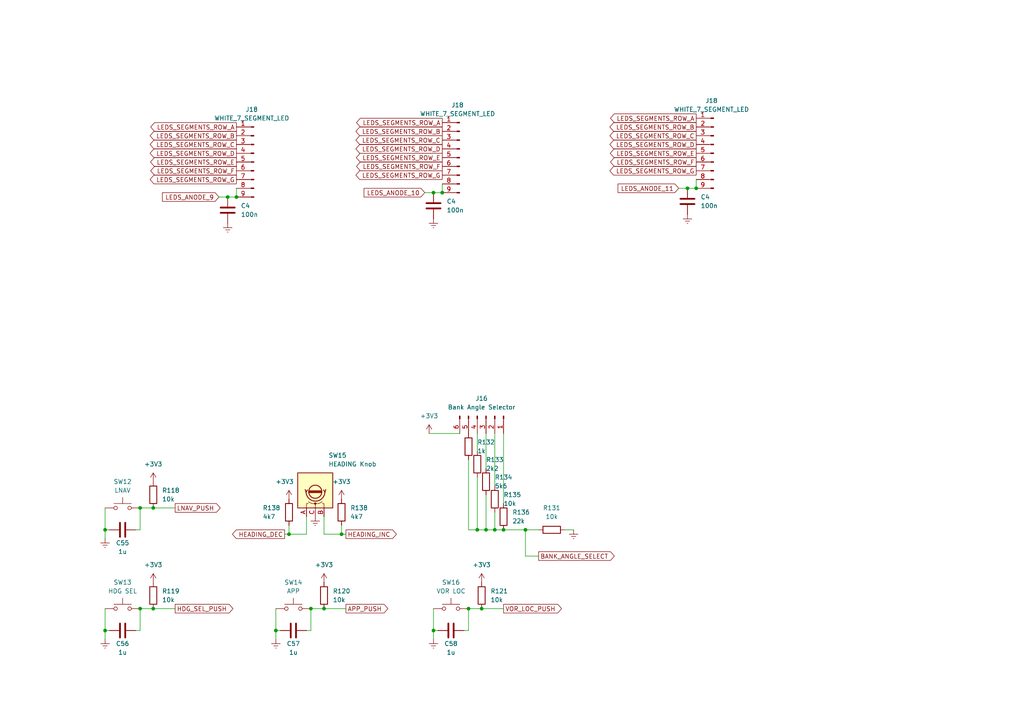
<source format=kicad_sch>
(kicad_sch (version 20230121) (generator eeschema)
  (paper "A4")
  (lib_symbols
    (symbol "Connector:Conn_01x06_Pin" (pin_names (offset 1.016) hide)
      (property "Reference" "J" (at 0 7.62 0))
      (property "Value" "Conn_01x06_Pin" (at 0 -10.16 0))
      (symbol "Conn_01x06_Pin_1_1"
        (polyline (pts (xy 1.27 -7.62) (xy 0.8636 -7.62)) (stroke (width 0.1524)))
        (polyline (pts (xy 1.27 -5.08) (xy 0.8636 -5.08)) (stroke (width 0.1524)))
        (polyline (pts (xy 1.27 -2.54) (xy 0.8636 -2.54)) (stroke (width 0.1524)))
        (polyline (pts (xy 1.27 0) (xy 0.8636 0)) (stroke (width 0.1524)))
        (polyline (pts (xy 1.27 2.54) (xy 0.8636 2.54)) (stroke (width 0.1524)))
        (polyline (pts (xy 1.27 5.08) (xy 0.8636 5.08)) (stroke (width 0.1524)))
        (rectangle (start 0.8636 -7.493) (end 0 -7.747) (stroke (width 0.1524)) (fill (type outline)))
        (rectangle (start 0.8636 -4.953) (end 0 -5.207) (stroke (width 0.1524)) (fill (type outline)))
        (rectangle (start 0.8636 -2.413) (end 0 -2.667) (stroke (width 0.1524)) (fill (type outline)))
        (rectangle (start 0.8636 0.127) (end 0 -0.127) (stroke (width 0.1524)) (fill (type outline)))
        (rectangle (start 0.8636 2.667) (end 0 2.413) (stroke (width 0.1524)) (fill (type outline)))
        (rectangle (start 0.8636 5.207) (end 0 4.953) (stroke (width 0.1524)) (fill (type outline)))
        (pin passive line (at 5.08 5.08 180) (length 3.81) (name "Pin_1") (number "1"))
        (pin passive line (at 5.08 2.54 180) (length 3.81) (name "Pin_2") (number "2"))
        (pin passive line (at 5.08 0 180) (length 3.81) (name "Pin_3") (number "3"))
        (pin passive line (at 5.08 -2.54 180) (length 3.81) (name "Pin_4") (number "4"))
        (pin passive line (at 5.08 -5.08 180) (length 3.81) (name "Pin_5") (number "5"))
        (pin passive line (at 5.08 -7.62 180) (length 3.81) (name "Pin_6") (number "6"))
      )
    )
    (symbol "Connector:Conn_01x09_Pin" (pin_names (offset 1.016) hide)
      (property "Reference" "J" (at 0 12.7 0))
      (property "Value" "Conn_01x09_Pin" (at 0 -12.7 0))
      (symbol "Conn_01x09_Pin_1_1"
        (polyline (pts (xy 1.27 -10.16) (xy 0.8636 -10.16)) (stroke (width 0.1524)))
        (polyline (pts (xy 1.27 -7.62) (xy 0.8636 -7.62)) (stroke (width 0.1524)))
        (polyline (pts (xy 1.27 -5.08) (xy 0.8636 -5.08)) (stroke (width 0.1524)))
        (polyline (pts (xy 1.27 -2.54) (xy 0.8636 -2.54)) (stroke (width 0.1524)))
        (polyline (pts (xy 1.27 0) (xy 0.8636 0)) (stroke (width 0.1524)))
        (polyline (pts (xy 1.27 2.54) (xy 0.8636 2.54)) (stroke (width 0.1524)))
        (polyline (pts (xy 1.27 5.08) (xy 0.8636 5.08)) (stroke (width 0.1524)))
        (polyline (pts (xy 1.27 7.62) (xy 0.8636 7.62)) (stroke (width 0.1524)))
        (polyline (pts (xy 1.27 10.16) (xy 0.8636 10.16)) (stroke (width 0.1524)))
        (rectangle (start 0.8636 -10.033) (end 0 -10.287) (stroke (width 0.1524)) (fill (type outline)))
        (rectangle (start 0.8636 -7.493) (end 0 -7.747) (stroke (width 0.1524)) (fill (type outline)))
        (rectangle (start 0.8636 -4.953) (end 0 -5.207) (stroke (width 0.1524)) (fill (type outline)))
        (rectangle (start 0.8636 -2.413) (end 0 -2.667) (stroke (width 0.1524)) (fill (type outline)))
        (rectangle (start 0.8636 0.127) (end 0 -0.127) (stroke (width 0.1524)) (fill (type outline)))
        (rectangle (start 0.8636 2.667) (end 0 2.413) (stroke (width 0.1524)) (fill (type outline)))
        (rectangle (start 0.8636 5.207) (end 0 4.953) (stroke (width 0.1524)) (fill (type outline)))
        (rectangle (start 0.8636 7.747) (end 0 7.493) (stroke (width 0.1524)) (fill (type outline)))
        (rectangle (start 0.8636 10.287) (end 0 10.033) (stroke (width 0.1524)) (fill (type outline)))
        (pin passive line (at 5.08 10.16 180) (length 3.81) (name "Pin_1") (number "1"))
        (pin passive line (at 5.08 7.62 180) (length 3.81) (name "Pin_2") (number "2"))
        (pin passive line (at 5.08 5.08 180) (length 3.81) (name "Pin_3") (number "3"))
        (pin passive line (at 5.08 2.54 180) (length 3.81) (name "Pin_4") (number "4"))
        (pin passive line (at 5.08 0 180) (length 3.81) (name "Pin_5") (number "5"))
        (pin passive line (at 5.08 -2.54 180) (length 3.81) (name "Pin_6") (number "6"))
        (pin passive line (at 5.08 -5.08 180) (length 3.81) (name "Pin_7") (number "7"))
        (pin passive line (at 5.08 -7.62 180) (length 3.81) (name "Pin_8") (number "8"))
        (pin passive line (at 5.08 -10.16 180) (length 3.81) (name "Pin_9") (number "9"))
      )
    )
    (symbol "Device:C" (pin_numbers hide) (pin_names (offset 0.254))
      (property "Reference" "C" (at 0.635 2.54 0))
      (property "Value" "C" (at 0.635 -2.54 0))
      (symbol "C_0_1"
        (polyline (pts (xy -2.032 -0.762) (xy 2.032 -0.762)) (stroke (width 0.508)))
        (polyline (pts (xy -2.032 0.762) (xy 2.032 0.762)) (stroke (width 0.508)))
      )
      (symbol "C_1_1"
        (pin passive line (at 0 3.81 270) (length 2.794) (name "~") (number "1"))
        (pin passive line (at 0 -3.81 90) (length 2.794) (name "~") (number "2"))
      )
    )
    (symbol "Device:R" (pin_numbers hide) (pin_names (offset 0))
      (property "Reference" "R" (at 2.032 0 90))
      (property "Value" "R" (at 0 0 90))
      (symbol "R_0_1"
        (rectangle (start -1.016 -2.54) (end 1.016 2.54) (stroke (width 0.254)))
      )
      (symbol "R_1_1"
        (pin passive line (at 0 3.81 270) (length 1.27) (name "~") (number "1"))
        (pin passive line (at 0 -3.81 90) (length 1.27) (name "~") (number "2"))
      )
    )
    (symbol "Device:RotaryEncoder" (pin_names (offset 0.254) hide)
      (property "Reference" "SW" (at 0 6.604 0))
      (property "Value" "RotaryEncoder" (at 0 -6.604 0))
      (symbol "RotaryEncoder_0_1"
        (rectangle (start -5.08 5.08) (end 5.08 -5.08) (stroke (width 0.254)) (fill (type background)))
        (circle (center -3.81 0) (radius 0.254) (fill (type outline)))
        (circle (center -0.381 0) (radius 1.905) (stroke (width 0.254)))
        (arc (start -0.381 2.667) (mid -3.0988 -0.0635) (end -0.381 -2.794) (stroke (width 0.254)))
        (polyline (pts (xy -0.635 -1.778) (xy -0.635 1.778)) (stroke (width 0.254)))
        (polyline (pts (xy -0.381 -1.778) (xy -0.381 1.778)) (stroke (width 0.254)))
        (polyline (pts (xy -0.127 1.778) (xy -0.127 -1.778)) (stroke (width 0.254)))
        (polyline (pts (xy -5.08 -2.54) (xy -3.81 -2.54) (xy -3.81 -2.032)))
        (polyline (pts (xy -5.08 2.54) (xy -3.81 2.54) (xy -3.81 2.032)))
        (polyline (pts (xy 0.254 -3.048) (xy -0.508 -2.794) (xy 0.127 -2.413)) (stroke (width 0.254)))
        (polyline (pts (xy 0.254 2.921) (xy -0.508 2.667) (xy 0.127 2.286)) (stroke (width 0.254)))
        (polyline (pts (xy -5.08 0) (xy -3.81 0) (xy -3.81 -1.016) (xy -3.302 -2.032)))
        (polyline (pts (xy -4.318 0) (xy -3.81 0) (xy -3.81 1.016) (xy -3.302 2.032)))
      )
      (symbol "RotaryEncoder_1_1"
        (pin passive line (at -7.62 2.54 0) (length 2.54) (name "A") (number "A"))
        (pin passive line (at -7.62 -2.54 0) (length 2.54) (name "B") (number "B"))
        (pin passive line (at -7.62 0 0) (length 2.54) (name "C") (number "C"))
      )
    )
    (symbol "Switch:SW_Push" (pin_numbers hide) (pin_names (offset 1.016) hide)
      (property "Reference" "SW" (at 1.27 2.54 0))
      (property "Value" "SW_Push" (at 0 -1.524 0))
      (symbol "SW_Push_0_1"
        (circle (center -2.032 0) (radius 0.508))
        (polyline (pts (xy 0 1.27) (xy 0 3.048)))
        (polyline (pts (xy 2.54 1.27) (xy -2.54 1.27)))
        (circle (center 2.032 0) (radius 0.508))
        (pin passive line (at -5.08 0 0) (length 2.54) (name "1") (number "1"))
        (pin passive line (at 5.08 0 180) (length 2.54) (name "2") (number "2"))
      )
    )
    (symbol "power:+3V3" (power) (pin_names (offset 0))
      (property "Value" "+3V3" (at 0 3.556 0))
      (symbol "+3V3_0_1"
        (polyline (pts (xy -0.762 1.27) (xy 0 2.54)))
        (polyline (pts (xy 0 0) (xy 0 2.54)))
        (polyline (pts (xy 0 2.54) (xy 0.762 1.27)))
      )
      (symbol "+3V3_1_1"
        (pin power_in line (at 0 0 90) (length 0) hide (name "+3V3") (number "1"))
      )
    )
    (symbol "power:Earth" (power) (pin_names (offset 0))
      (symbol "Earth_0_1"
        (polyline (pts (xy -0.635 -1.905) (xy 0.635 -1.905)))
        (polyline (pts (xy -0.127 -2.54) (xy 0.127 -2.54)))
        (polyline (pts (xy 0 -1.27) (xy 0 0)))
        (polyline (pts (xy 1.27 -1.27) (xy -1.27 -1.27)))
      )
      (symbol "Earth_1_1"
        (pin power_in line (at 0 0 270) (length 0) hide (name "Earth") (number "1"))
      )
    )
  )
  (junction (at 66.04 57.15))
  (junction (at 44.45 147.32))
  (junction (at 93.98 176.53))
  (junction (at 143.51 153.67))
  (junction (at 152.4 153.67))
  (junction (at 40.64 147.32))
  (junction (at 199.39 54.61))
  (junction (at 125.73 182.88))
  (junction (at 128.27 55.88))
  (junction (at 90.17 176.53))
  (junction (at 80.01 182.88))
  (junction (at 40.64 176.53))
  (junction (at 83.82 154.94))
  (junction (at 146.05 153.67))
  (junction (at 44.45 176.53))
  (junction (at 125.73 55.88))
  (junction (at 68.58 57.15))
  (junction (at 139.7 176.53))
  (junction (at 30.48 182.88))
  (junction (at 140.97 153.67))
  (junction (at 30.48 153.67))
  (junction (at 138.43 153.67))
  (junction (at 201.93 54.61))
  (junction (at 135.89 176.53))
  (junction (at 99.06 154.94))
  (wire (pts (xy 30.48 176.53) (xy 30.48 182.88)))
  (wire (pts (xy 30.48 153.67) (xy 31.75 153.67)))
  (wire (pts (xy 152.4 153.67) (xy 156.21 153.67)))
  (wire (pts (xy 82.55 154.94) (xy 83.82 154.94)))
  (wire (pts (xy 93.98 149.86) (xy 93.98 154.94)))
  (wire (pts (xy 140.97 153.67) (xy 143.51 153.67)))
  (wire (pts (xy 196.85 54.61) (xy 199.39 54.61)))
  (wire (pts (xy 124.46 125.73) (xy 133.35 125.73)))
  (wire (pts (xy 125.73 182.88) (xy 127 182.88)))
  (wire (pts (xy 83.82 152.4) (xy 83.82 154.94)))
  (wire (pts (xy 40.64 153.67) (xy 40.64 147.32)))
  (wire (pts (xy 134.62 182.88) (xy 135.89 182.88)))
  (wire (pts (xy 30.48 153.67) (xy 30.48 156.21)))
  (wire (pts (xy 138.43 153.67) (xy 140.97 153.67)))
  (wire (pts (xy 80.01 176.53) (xy 80.01 182.88)))
  (wire (pts (xy 30.48 182.88) (xy 31.75 182.88)))
  (wire (pts (xy 166.37 153.67) (xy 163.83 153.67)))
  (wire (pts (xy 143.51 153.67) (xy 146.05 153.67)))
  (wire (pts (xy 93.98 154.94) (xy 99.06 154.94)))
  (wire (pts (xy 90.17 176.53) (xy 93.98 176.53)))
  (wire (pts (xy 40.64 147.32) (xy 44.45 147.32)))
  (wire (pts (xy 88.9 182.88) (xy 90.17 182.88)))
  (wire (pts (xy 80.01 182.88) (xy 81.28 182.88)))
  (wire (pts (xy 88.9 154.94) (xy 88.9 149.86)))
  (wire (pts (xy 90.17 182.88) (xy 90.17 176.53)))
  (wire (pts (xy 123.19 55.88) (xy 125.73 55.88)))
  (wire (pts (xy 39.37 182.88) (xy 40.64 182.88)))
  (wire (pts (xy 156.21 161.29) (xy 152.4 161.29)))
  (wire (pts (xy 135.89 153.67) (xy 138.43 153.67)))
  (wire (pts (xy 135.89 176.53) (xy 139.7 176.53)))
  (wire (pts (xy 39.37 153.67) (xy 40.64 153.67)))
  (wire (pts (xy 135.89 133.35) (xy 135.89 153.67)))
  (wire (pts (xy 128.27 53.34) (xy 128.27 55.88)))
  (wire (pts (xy 68.58 54.61) (xy 68.58 57.15)))
  (wire (pts (xy 146.05 125.73) (xy 146.05 146.05)))
  (wire (pts (xy 125.73 176.53) (xy 125.73 182.88)))
  (wire (pts (xy 125.73 182.88) (xy 125.73 185.42)))
  (wire (pts (xy 99.06 154.94) (xy 100.33 154.94)))
  (wire (pts (xy 146.05 153.67) (xy 152.4 153.67)))
  (wire (pts (xy 152.4 161.29) (xy 152.4 153.67)))
  (wire (pts (xy 66.04 57.15) (xy 68.58 57.15)))
  (wire (pts (xy 93.98 176.53) (xy 100.33 176.53)))
  (wire (pts (xy 139.7 176.53) (xy 146.05 176.53)))
  (wire (pts (xy 143.51 125.73) (xy 143.51 140.97)))
  (wire (pts (xy 63.5 57.15) (xy 66.04 57.15)))
  (wire (pts (xy 30.48 182.88) (xy 30.48 185.42)))
  (wire (pts (xy 140.97 125.73) (xy 140.97 135.89)))
  (wire (pts (xy 80.01 182.88) (xy 80.01 185.42)))
  (wire (pts (xy 199.39 54.61) (xy 201.93 54.61)))
  (wire (pts (xy 135.89 182.88) (xy 135.89 176.53)))
  (wire (pts (xy 44.45 147.32) (xy 50.8 147.32)))
  (wire (pts (xy 201.93 52.07) (xy 201.93 54.61)))
  (wire (pts (xy 99.06 152.4) (xy 99.06 154.94)))
  (wire (pts (xy 83.82 154.94) (xy 88.9 154.94)))
  (wire (pts (xy 138.43 125.73) (xy 138.43 130.81)))
  (wire (pts (xy 143.51 148.59) (xy 143.51 153.67)))
  (wire (pts (xy 40.64 182.88) (xy 40.64 176.53)))
  (wire (pts (xy 125.73 55.88) (xy 128.27 55.88)))
  (wire (pts (xy 30.48 147.32) (xy 30.48 153.67)))
  (wire (pts (xy 140.97 143.51) (xy 140.97 153.67)))
  (wire (pts (xy 40.64 176.53) (xy 44.45 176.53)))
  (wire (pts (xy 44.45 176.53) (xy 50.8 176.53)))
  (wire (pts (xy 138.43 138.43) (xy 138.43 153.67)))
  (global_label "BANK_ANGLE_SELECT" (shape output) (at 156.21 161.29 0) (property "Intersheetrefs" "${INTERSHEET_REFS}" (effects hide)))
  (global_label "HEADING_INC" (shape output) (at 100.33 154.94 0) (property "Intersheetrefs" "${INTERSHEET_REFS}" (effects hide)))
  (global_label "LEDS_SEGMENTS_ROW_F" (shape output) (at 128.27 48.26 180) (property "Intersheetrefs" "${INTERSHEET_REFS}" (effects hide)))
  (global_label "LEDS_SEGMENTS_ROW_D" (shape output) (at 68.58 44.45 180) (property "Intersheetrefs" "${INTERSHEET_REFS}" (effects hide)))
  (global_label "LEDS_SEGMENTS_ROW_G" (shape output) (at 201.93 49.53 180) (property "Intersheetrefs" "${INTERSHEET_REFS}" (effects hide)))
  (global_label "LEDS_SEGMENTS_ROW_G" (shape output) (at 128.27 50.8 180) (property "Intersheetrefs" "${INTERSHEET_REFS}" (effects hide)))
  (global_label "LEDS_SEGMENTS_ROW_D" (shape output) (at 201.93 41.91 180) (property "Intersheetrefs" "${INTERSHEET_REFS}" (effects hide)))
  (global_label "LEDS_ANODE_10" (shape input) (at 123.19 55.88 180) (property "Intersheetrefs" "${INTERSHEET_REFS}" (effects hide)))
  (global_label "VOR_LOC_PUSH" (shape output) (at 146.05 176.53 0) (property "Intersheetrefs" "${INTERSHEET_REFS}" (effects hide)))
  (global_label "HEADING_DEC" (shape output) (at 82.55 154.94 180) (property "Intersheetrefs" "${INTERSHEET_REFS}" (effects hide)))
  (global_label "HDG_SEL_PUSH" (shape output) (at 50.8 176.53 0) (property "Intersheetrefs" "${INTERSHEET_REFS}" (effects hide)))
  (global_label "LEDS_SEGMENTS_ROW_B" (shape output) (at 201.93 36.83 180) (property "Intersheetrefs" "${INTERSHEET_REFS}" (effects hide)))
  (global_label "LEDS_SEGMENTS_ROW_A" (shape output) (at 128.27 35.56 180) (property "Intersheetrefs" "${INTERSHEET_REFS}" (effects hide)))
  (global_label "LEDS_SEGMENTS_ROW_A" (shape output) (at 201.93 34.29 180) (property "Intersheetrefs" "${INTERSHEET_REFS}" (effects hide)))
  (global_label "LEDS_ANODE_11" (shape input) (at 196.85 54.61 180) (property "Intersheetrefs" "${INTERSHEET_REFS}" (effects hide)))
  (global_label "LEDS_SEGMENTS_ROW_E" (shape output) (at 128.27 45.72 180) (property "Intersheetrefs" "${INTERSHEET_REFS}" (effects hide)))
  (global_label "LEDS_SEGMENTS_ROW_C" (shape output) (at 201.93 39.37 180) (property "Intersheetrefs" "${INTERSHEET_REFS}" (effects hide)))
  (global_label "LEDS_SEGMENTS_ROW_B" (shape output) (at 128.27 38.1 180) (property "Intersheetrefs" "${INTERSHEET_REFS}" (effects hide)))
  (global_label "LEDS_SEGMENTS_ROW_C" (shape output) (at 68.58 41.91 180) (property "Intersheetrefs" "${INTERSHEET_REFS}" (effects hide)))
  (global_label "LEDS_SEGMENTS_ROW_E" (shape output) (at 68.58 46.99 180) (property "Intersheetrefs" "${INTERSHEET_REFS}" (effects hide)))
  (global_label "LEDS_SEGMENTS_ROW_E" (shape output) (at 201.93 44.45 180) (property "Intersheetrefs" "${INTERSHEET_REFS}" (effects hide)))
  (global_label "LEDS_SEGMENTS_ROW_F" (shape output) (at 68.58 49.53 180) (property "Intersheetrefs" "${INTERSHEET_REFS}" (effects hide)))
  (global_label "APP_PUSH" (shape output) (at 100.33 176.53 0) (property "Intersheetrefs" "${INTERSHEET_REFS}" (effects hide)))
  (global_label "LEDS_SEGMENTS_ROW_G" (shape output) (at 68.58 52.07 180) (property "Intersheetrefs" "${INTERSHEET_REFS}" (effects hide)))
  (global_label "LEDS_ANODE_9" (shape input) (at 63.5 57.15 180) (property "Intersheetrefs" "${INTERSHEET_REFS}" (effects hide)))
  (global_label "LEDS_SEGMENTS_ROW_F" (shape output) (at 201.93 46.99 180) (property "Intersheetrefs" "${INTERSHEET_REFS}" (effects hide)))
  (global_label "LNAV_PUSH" (shape output) (at 50.8 147.32 0) (property "Intersheetrefs" "${INTERSHEET_REFS}" (effects hide)))
  (global_label "LEDS_SEGMENTS_ROW_D" (shape output) (at 128.27 43.18 180) (property "Intersheetrefs" "${INTERSHEET_REFS}" (effects hide)))
  (global_label "LEDS_SEGMENTS_ROW_C" (shape output) (at 128.27 40.64 180) (property "Intersheetrefs" "${INTERSHEET_REFS}" (effects hide)))
  (global_label "LEDS_SEGMENTS_ROW_B" (shape output) (at 68.58 39.37 180) (property "Intersheetrefs" "${INTERSHEET_REFS}" (effects hide)))
  (global_label "LEDS_SEGMENTS_ROW_A" (shape output) (at 68.58 36.83 180) (property "Intersheetrefs" "${INTERSHEET_REFS}" (effects hide)))
  (symbol (lib_id "power:+3V3") (at 99.06 144.78 0) (unit 1)
    (property "Reference" "#PWR0107" (effects hide))
    (property "Value" "+3V3" (at 99.06 139.7 0))
    (instances (project "mcpElectronicsv2" (path "" (reference "#PWR0107") (unit 1)) (path "" (reference "#PWR0173") (unit 1))))
  )
  (symbol (lib_id "Device:R") (at 44.45 143.51 0) (unit 1)
    (property "Reference" "R118" (at 46.99 142.2399 0) (effects (justify left)))
    (property "Value" "10k" (at 46.99 144.7799 0) (effects (justify left)))
    (property "Footprint" "Resistor_SMD:R_0402_1005Metric" (effects hide))
  )
  (symbol (lib_id "Switch:SW_Push") (at 35.56 147.32 0) (unit 1)
    (property "Reference" "SW12" (at 35.56 139.7 0))
    (property "Value" "LNAV" (at 35.56 142.24 0))
    (property "Footprint" "Connector_PinHeader_2.54mm:PinHeader_1x02_P2.54mm_Vertical" (effects hide))
  )
  (symbol (lib_id "Device:R") (at 138.43 134.62 180) (unit 1)
    (property "Reference" "R133" (at 140.97 133.35 0) (effects (justify right)))
    (property "Value" "2k2" (at 140.97 135.89 0) (effects (justify right)))
    (property "Footprint" "Resistor_SMD:R_0402_1005Metric" (effects hide))
  )
  (symbol (lib_id "Device:R") (at 83.82 148.59 0) (unit 1)
    (property "Reference" "R138" (at 76.2 147.32 0) (effects (justify left)))
    (property "Value" "4k7" (at 76.2 149.86 0) (effects (justify left)))
    (property "Footprint" "Resistor_SMD:R_0402_1005Metric" (effects hide))
    (instances (project "mcpElectronicsv2" (path "" (reference "R138") (unit 1)) (path "" (reference "R145") (unit 1))))
  )
  (symbol (lib_id "power:+3V3") (at 83.82 144.78 0) (unit 1)
    (property "Reference" "#PWR0107" (effects hide))
    (property "Value" "+3V3" (at 82.55 139.7 0))
    (instances (project "mcpElectronicsv2" (path "" (reference "#PWR0107") (unit 1)) (path "" (reference "#PWR0174") (unit 1))))
  )
  (symbol (lib_id "Device:C") (at 130.81 182.88 270) (unit 1)
    (property "Reference" "C58" (at 130.81 186.69 90))
    (property "Value" "1u" (at 130.81 189.23 90))
    (property "Footprint" "Capacitor_SMD:C_0402_1005Metric" (effects hide))
  )
  (symbol (lib_id "power:Earth") (at 91.44 149.86 0) (unit 1)
    (property "Reference" "#PWR0143" (effects hide))
    (property "Value" "Earth" (effects hide))
  )
  (symbol (lib_id "Device:C") (at 35.56 153.67 270) (unit 1)
    (property "Reference" "C55" (at 35.56 157.48 90))
    (property "Value" "1u" (at 35.56 160.02 90))
    (property "Footprint" "Capacitor_SMD:C_0402_1005Metric" (effects hide))
  )
  (symbol (lib_id "Device:R") (at 140.97 139.7 180) (unit 1)
    (property "Reference" "R134" (at 143.51 138.43 0) (effects (justify right)))
    (property "Value" "5k6" (at 143.51 140.97 0) (effects (justify right)))
    (property "Footprint" "Resistor_SMD:R_0402_1005Metric" (effects hide))
  )
  (symbol (lib_id "power:Earth") (at 30.48 185.42 0) (unit 1)
    (property "Reference" "#PWR0137" (effects hide))
    (property "Value" "Earth" (effects hide))
  )
  (symbol (lib_id "Switch:SW_Push") (at 130.81 176.53 0) (unit 1)
    (property "Reference" "SW16" (at 130.81 168.91 0))
    (property "Value" "VOR LOC" (at 130.81 171.45 0))
    (property "Footprint" "Connector_PinHeader_2.54mm:PinHeader_1x02_P2.54mm_Vertical" (effects hide))
  )
  (symbol (lib_id "Device:C") (at 199.39 58.42 0) (unit 1)
    (property "Reference" "C4" (at 203.2 57.15 0) (effects (justify left)))
    (property "Value" "100n" (at 203.2 59.69 0) (effects (justify left)))
    (property "Footprint" "Capacitor_SMD:C_0402_1005Metric" (effects hide))
    (instances (project "mcpElectronicsv2" (path "" (reference "C4") (unit 1)) (path "" (reference "C8") (unit 1)) (path "" (reference "C16") (unit 1))))
  )
  (symbol (lib_id "power:+3V3") (at 44.45 168.91 0) (unit 1)
    (property "Reference" "#PWR0133" (effects hide))
    (property "Value" "+3V3" (at 44.45 163.83 0))
  )
  (symbol (lib_id "power:+3V3") (at 44.45 139.7 0) (unit 1)
    (property "Reference" "#PWR0136" (effects hide))
    (property "Value" "+3V3" (at 44.45 134.62 0))
  )
  (symbol (lib_id "Device:R") (at 135.89 129.54 180) (unit 1)
    (property "Reference" "R132" (at 138.43 128.27 0) (effects (justify right)))
    (property "Value" "1k" (at 138.43 130.81 0) (effects (justify right)))
    (property "Footprint" "Resistor_SMD:R_0402_1005Metric" (effects hide))
  )
  (symbol (lib_id "power:Earth") (at 30.48 156.21 0) (unit 1)
    (property "Reference" "#PWR0134" (effects hide))
    (property "Value" "Earth" (effects hide))
  )
  (symbol (lib_id "Switch:SW_Push") (at 85.09 176.53 0) (unit 1)
    (property "Reference" "SW14" (at 85.09 168.91 0))
    (property "Value" "APP" (at 85.09 171.45 0))
    (property "Footprint" "Connector_PinHeader_2.54mm:PinHeader_1x02_P2.54mm_Vertical" (effects hide))
  )
  (symbol (lib_id "Device:R") (at 99.06 148.59 0) (unit 1)
    (property "Reference" "R138" (at 101.6 147.32 0) (effects (justify left)))
    (property "Value" "4k7" (at 101.6 149.86 0) (effects (justify left)))
    (property "Footprint" "Resistor_SMD:R_0402_1005Metric" (effects hide))
    (instances (project "mcpElectronicsv2" (path "" (reference "R138") (unit 1)) (path "" (reference "R144") (unit 1))))
  )
  (symbol (lib_id "power:+3V3") (at 93.98 168.91 0) (unit 1)
    (property "Reference" "#PWR0142" (effects hide))
    (property "Value" "+3V3" (at 93.98 163.83 0))
  )
  (symbol (lib_id "Device:R") (at 93.98 172.72 0) (unit 1)
    (property "Reference" "R120" (at 96.52 171.4499 0) (effects (justify left)))
    (property "Value" "10k" (at 96.52 173.9899 0) (effects (justify left)))
    (property "Footprint" "Resistor_SMD:R_0402_1005Metric" (effects hide))
  )
  (symbol (lib_id "power:Earth") (at 125.73 185.42 0) (unit 1)
    (property "Reference" "#PWR0141" (effects hide))
    (property "Value" "Earth" (effects hide))
  )
  (symbol (lib_id "Device:C") (at 66.04 60.96 0) (unit 1)
    (property "Reference" "C4" (at 69.85 59.69 0) (effects (justify left)))
    (property "Value" "100n" (at 69.85 62.23 0) (effects (justify left)))
    (property "Footprint" "Capacitor_SMD:C_0402_1005Metric" (effects hide))
    (instances (project "mcpElectronicsv2" (path "" (reference "C4") (unit 1)) (path "" (reference "C8") (unit 1)) (path "" (reference "C14") (unit 1))))
  )
  (symbol (lib_id "Device:R") (at 160.02 153.67 90) (unit 1)
    (property "Reference" "R131" (at 160.02 147.32 90))
    (property "Value" "10k" (at 160.02 149.86 90))
    (property "Footprint" "Resistor_SMD:R_0402_1005Metric" (effects hide))
  )
  (symbol (lib_id "Connector:Conn_01x09_Pin") (at 133.35 45.72 0) (mirror y) (unit 1)
    (property "Reference" "J18" (at 132.715 30.48 0))
    (property "Value" "WHITE_7_SEGMENT_LED" (at 132.715 33.02 0))
    (property "Footprint" "Connector_PinHeader_2.54mm:PinHeader_1x09_P2.54mm_Vertical" (effects hide))
    (instances (project "mcpElectronicsv2" (path "" (reference "J18") (unit 1)) (path "" (reference "J25") (unit 1)) (path "" (reference "J28") (unit 1))))
  )
  (symbol (lib_id "Device:R") (at 146.05 149.86 180) (unit 1)
    (property "Reference" "R136" (at 148.59 148.59 0) (effects (justify right)))
    (property "Value" "22k" (at 148.59 151.13 0) (effects (justify right)))
    (property "Footprint" "Resistor_SMD:R_0402_1005Metric" (effects hide))
  )
  (symbol (lib_id "Device:C") (at 125.73 59.69 0) (unit 1)
    (property "Reference" "C4" (at 129.54 58.42 0) (effects (justify left)))
    (property "Value" "100n" (at 129.54 60.96 0) (effects (justify left)))
    (property "Footprint" "Capacitor_SMD:C_0402_1005Metric" (effects hide))
    (instances (project "mcpElectronicsv2" (path "" (reference "C4") (unit 1)) (path "" (reference "C8") (unit 1)) (path "" (reference "C15") (unit 1))))
  )
  (symbol (lib_id "power:+3V3") (at 139.7 168.91 0) (unit 1)
    (property "Reference" "#PWR0140" (effects hide))
    (property "Value" "+3V3" (at 139.7 163.83 0))
  )
  (symbol (lib_id "power:Earth") (at 80.01 185.42 0) (unit 1)
    (property "Reference" "#PWR0135" (effects hide))
    (property "Value" "Earth" (effects hide))
  )
  (symbol (lib_id "Device:R") (at 143.51 144.78 180) (unit 1)
    (property "Reference" "R135" (at 146.05 143.51 0) (effects (justify right)))
    (property "Value" "10k" (at 146.05 146.05 0) (effects (justify right)))
    (property "Footprint" "Resistor_SMD:R_0402_1005Metric" (effects hide))
  )
  (symbol (lib_id "Connector:Conn_01x09_Pin") (at 207.01 44.45 0) (mirror y) (unit 1)
    (property "Reference" "J18" (at 206.375 29.21 0))
    (property "Value" "WHITE_7_SEGMENT_LED" (at 206.375 31.75 0))
    (property "Footprint" "Connector_PinHeader_2.54mm:PinHeader_1x09_P2.54mm_Vertical" (effects hide))
    (instances (project "mcpElectronicsv2" (path "" (reference "J18") (unit 1)) (path "" (reference "J25") (unit 1)) (path "" (reference "J29") (unit 1))))
  )
  (symbol (lib_id "Connector:Conn_01x06_Pin") (at 140.97 120.65 270) (unit 1)
    (property "Reference" "J16" (at 139.7 115.57 90))
    (property "Value" "Bank Angle Selector" (at 139.7 118.11 90))
    (property "Footprint" "Connector_PinHeader_2.54mm:PinHeader_1x06_P2.54mm_Vertical" (effects hide))
  )
  (symbol (lib_id "Device:C") (at 35.56 182.88 270) (unit 1)
    (property "Reference" "C56" (at 35.56 186.69 90))
    (property "Value" "1u" (at 35.56 189.23 90))
    (property "Footprint" "Capacitor_SMD:C_0402_1005Metric" (effects hide))
  )
  (symbol (lib_id "power:Earth") (at 166.37 153.67 0) (unit 1)
    (property "Reference" "#PWR0100" (effects hide))
    (property "Value" "Earth" (effects hide))
  )
  (symbol (lib_id "power:Earth") (at 66.04 64.77 0) (unit 1)
    (property "Reference" "#PWR049" (effects hide))
    (property "Value" "Earth" (effects hide))
    (instances (project "mcpElectronicsv2" (path "" (reference "#PWR049") (unit 1)) (path "" (reference "#PWR017") (unit 1)) (path "" (reference "#PWR023") (unit 1)) (path "" (reference "#PWR035") (unit 1))))
  )
  (symbol (lib_id "power:+3V3") (at 124.46 125.73 0) (unit 1)
    (property "Reference" "#PWR0139" (effects hide))
    (property "Value" "+3V3" (at 124.46 120.65 0))
  )
  (symbol (lib_id "Device:R") (at 44.45 172.72 0) (unit 1)
    (property "Reference" "R119" (at 46.99 171.4499 0) (effects (justify left)))
    (property "Value" "10k" (at 46.99 173.9899 0) (effects (justify left)))
    (property "Footprint" "Resistor_SMD:R_0402_1005Metric" (effects hide))
  )
  (symbol (lib_id "Device:R") (at 139.7 172.72 0) (unit 1)
    (property "Reference" "R121" (at 142.24 171.4499 0) (effects (justify left)))
    (property "Value" "10k" (at 142.24 173.9899 0) (effects (justify left)))
    (property "Footprint" "Resistor_SMD:R_0402_1005Metric" (effects hide))
  )
  (symbol (lib_id "Device:RotaryEncoder") (at 91.44 142.24 90) (unit 1)
    (property "Reference" "SW15" (at 95.25 132.08 90) (effects (justify right)))
    (property "Value" "HEADING Knob" (at 95.25 134.62 90) (effects (justify right)))
    (property "Footprint" "Connector_PinHeader_2.54mm:PinHeader_1x03_P2.54mm_Vertical" (effects hide))
  )
  (symbol (lib_id "Switch:SW_Push") (at 35.56 176.53 0) (unit 1)
    (property "Reference" "SW13" (at 35.56 168.91 0))
    (property "Value" "HDG SEL" (at 35.56 171.45 0))
    (property "Footprint" "Connector_PinHeader_2.54mm:PinHeader_1x02_P2.54mm_Vertical" (effects hide))
  )
  (symbol (lib_id "power:Earth") (at 199.39 62.23 0) (unit 1)
    (property "Reference" "#PWR049" (effects hide))
    (property "Value" "Earth" (effects hide))
    (instances (project "mcpElectronicsv2" (path "" (reference "#PWR049") (unit 1)) (path "" (reference "#PWR017") (unit 1)) (path "" (reference "#PWR023") (unit 1)) (path "" (reference "#PWR039") (unit 1))))
  )
  (symbol (lib_id "Connector:Conn_01x09_Pin") (at 73.66 46.99 0) (mirror y) (unit 1)
    (property "Reference" "J18" (at 73.025 31.75 0))
    (property "Value" "WHITE_7_SEGMENT_LED" (at 73.025 34.29 0))
    (property "Footprint" "Connector_PinHeader_2.54mm:PinHeader_1x09_P2.54mm_Vertical" (effects hide))
    (instances (project "mcpElectronicsv2" (path "" (reference "J18") (unit 1)) (path "" (reference "J25") (unit 1)) (path "" (reference "J27") (unit 1))))
  )
  (symbol (lib_id "Device:C") (at 85.09 182.88 270) (unit 1)
    (property "Reference" "C57" (at 85.09 186.69 90))
    (property "Value" "1u" (at 85.09 189.23 90))
    (property "Footprint" "Capacitor_SMD:C_0402_1005Metric" (effects hide))
  )
  (symbol (lib_id "power:Earth") (at 125.73 63.5 0) (unit 1)
    (property "Reference" "#PWR049" (effects hide))
    (property "Value" "Earth" (effects hide))
    (instances (project "mcpElectronicsv2" (path "" (reference "#PWR049") (unit 1)) (path "" (reference "#PWR017") (unit 1)) (path "" (reference "#PWR023") (unit 1)) (path "" (reference "#PWR037") (unit 1))))
  )
)
</source>
